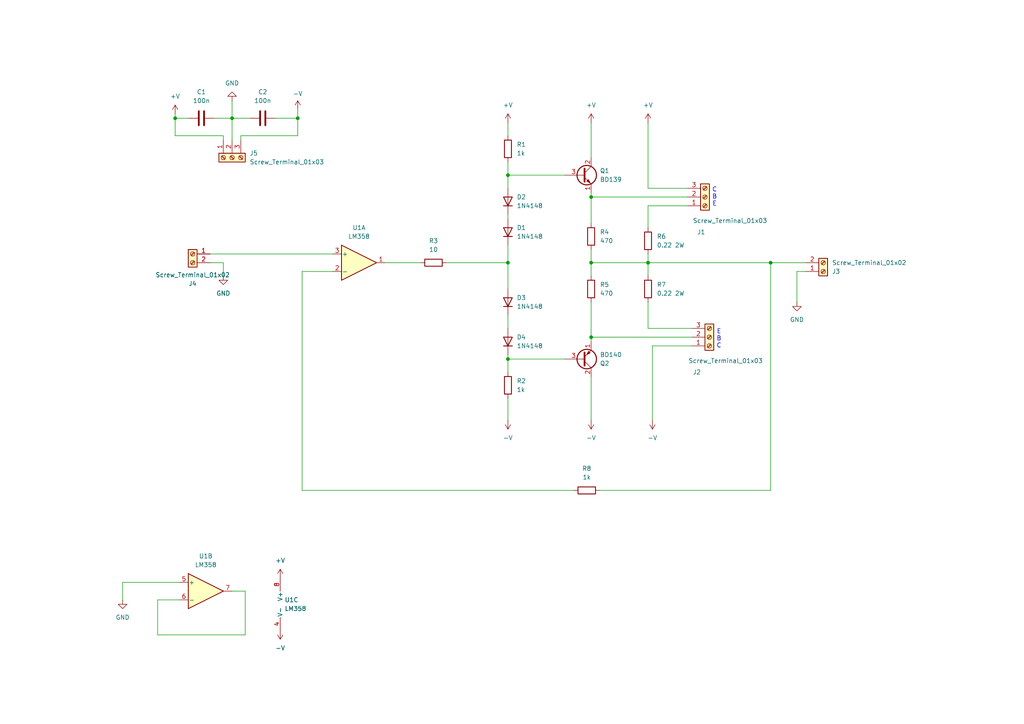
<source format=kicad_sch>
(kicad_sch (version 20231120) (generator "eeschema") (generator_version "8.0")
  (paper "A4")
  (lib_symbols
    (symbol "Amplifier_Operational:LM358" (pin_names (offset 0.127))
      (property "Reference" "U" (at 0 5.08 0))
      (property "Value" "LM358" (at 0 -5.08 0))
      (symbol "LM358_1_1"
        (polyline (pts (xy -5.08 5.08) (xy 5.08 0) (xy -5.08 -5.08) (xy -5.08 5.08)) (stroke (width 0.254)) (fill (type background)))
        (pin output line (at 7.62 0 180) (length 2.54) (name "~") (number "1"))
        (pin input line (at -7.62 -2.54 0) (length 2.54) (name "-") (number "2"))
        (pin input line (at -7.62 2.54 0) (length 2.54) (name "+") (number "3"))
      )
      (symbol "LM358_2_1"
        (polyline (pts (xy -5.08 5.08) (xy 5.08 0) (xy -5.08 -5.08) (xy -5.08 5.08)) (stroke (width 0.254)) (fill (type background)))
        (pin input line (at -7.62 2.54 0) (length 2.54) (name "+") (number "5"))
        (pin input line (at -7.62 -2.54 0) (length 2.54) (name "-") (number "6"))
        (pin output line (at 7.62 0 180) (length 2.54) (name "~") (number "7"))
      )
      (symbol "LM358_3_1"
        (pin power_in line (at -2.54 -7.62 90) (length 3.81) (name "V-") (number "4"))
        (pin power_in line (at -2.54 7.62 270) (length 3.81) (name "V+") (number "8"))
      )
    )
    (symbol "Connector:Screw_Terminal_01x02" (pin_names (offset 1.016) hide)
      (property "Reference" "J" (at 0 2.54 0))
      (property "Value" "Screw_Terminal_01x02" (at 0 -5.08 0))
      (symbol "Screw_Terminal_01x02_1_1"
        (rectangle (start -1.27 1.27) (end 1.27 -3.81) (stroke (width 0.254)) (fill (type background)))
        (circle (center 0 -2.54) (radius 0.635) (stroke (width 0.1524)))
        (polyline (pts (xy -0.5334 -2.2098) (xy 0.3302 -3.048)) (stroke (width 0.1524)))
        (polyline (pts (xy -0.5334 0.3302) (xy 0.3302 -0.508)) (stroke (width 0.1524)))
        (polyline (pts (xy -0.3556 -2.032) (xy 0.508 -2.8702)) (stroke (width 0.1524)))
        (polyline (pts (xy -0.3556 0.508) (xy 0.508 -0.3302)) (stroke (width 0.1524)))
        (circle (center 0 0) (radius 0.635) (stroke (width 0.1524)))
        (pin passive line (at -5.08 0 0) (length 3.81) (name "Pin_1") (number "1"))
        (pin passive line (at -5.08 -2.54 0) (length 3.81) (name "Pin_2") (number "2"))
      )
    )
    (symbol "Connector:Screw_Terminal_01x03" (pin_names (offset 1.016) hide)
      (property "Reference" "J" (at 0 5.08 0))
      (property "Value" "Screw_Terminal_01x03" (at 0 -5.08 0))
      (symbol "Screw_Terminal_01x03_1_1"
        (rectangle (start -1.27 3.81) (end 1.27 -3.81) (stroke (width 0.254)) (fill (type background)))
        (circle (center 0 -2.54) (radius 0.635) (stroke (width 0.1524)))
        (polyline (pts (xy -0.5334 -2.2098) (xy 0.3302 -3.048)) (stroke (width 0.1524)))
        (polyline (pts (xy -0.5334 0.3302) (xy 0.3302 -0.508)) (stroke (width 0.1524)))
        (polyline (pts (xy -0.5334 2.8702) (xy 0.3302 2.032)) (stroke (width 0.1524)))
        (polyline (pts (xy -0.3556 -2.032) (xy 0.508 -2.8702)) (stroke (width 0.1524)))
        (polyline (pts (xy -0.3556 0.508) (xy 0.508 -0.3302)) (stroke (width 0.1524)))
        (polyline (pts (xy -0.3556 3.048) (xy 0.508 2.2098)) (stroke (width 0.1524)))
        (circle (center 0 0) (radius 0.635) (stroke (width 0.1524)))
        (circle (center 0 2.54) (radius 0.635) (stroke (width 0.1524)))
        (pin passive line (at -5.08 2.54 0) (length 3.81) (name "Pin_1") (number "1"))
        (pin passive line (at -5.08 0 0) (length 3.81) (name "Pin_2") (number "2"))
        (pin passive line (at -5.08 -2.54 0) (length 3.81) (name "Pin_3") (number "3"))
      )
    )
    (symbol "Device:C" (pin_numbers hide) (pin_names (offset 0.254))
      (property "Reference" "C" (at 0.635 2.54 0))
      (property "Value" "C" (at 0.635 -2.54 0))
      (symbol "C_0_1"
        (polyline (pts (xy -2.032 -0.762) (xy 2.032 -0.762)) (stroke (width 0.508)))
        (polyline (pts (xy -2.032 0.762) (xy 2.032 0.762)) (stroke (width 0.508)))
      )
      (symbol "C_1_1"
        (pin passive line (at 0 3.81 270) (length 2.794) (name "~") (number "1"))
        (pin passive line (at 0 -3.81 90) (length 2.794) (name "~") (number "2"))
      )
    )
    (symbol "Device:R" (pin_numbers hide) (pin_names (offset 0))
      (property "Reference" "R" (at 2.032 0 90))
      (property "Value" "R" (at 0 0 90))
      (symbol "R_0_1"
        (rectangle (start -1.016 -2.54) (end 1.016 2.54) (stroke (width 0.254)))
      )
      (symbol "R_1_1"
        (pin passive line (at 0 3.81 270) (length 1.27) (name "~") (number "1"))
        (pin passive line (at 0 -3.81 90) (length 1.27) (name "~") (number "2"))
      )
    )
    (symbol "Diode:1N4148" (pin_numbers hide) (pin_names hide)
      (property "Reference" "D" (at 0 2.54 0))
      (property "Value" "1N4148" (at 0 -2.54 0))
      (symbol "1N4148_0_1"
        (polyline (pts (xy -1.27 1.27) (xy -1.27 -1.27)) (stroke (width 0.254)))
        (polyline (pts (xy 1.27 0) (xy -1.27 0)))
        (polyline (pts (xy 1.27 1.27) (xy 1.27 -1.27) (xy -1.27 0) (xy 1.27 1.27)) (stroke (width 0.254)))
      )
      (symbol "1N4148_1_1"
        (pin passive line (at -3.81 0 0) (length 2.54) (name "K") (number "1"))
        (pin passive line (at 3.81 0 180) (length 2.54) (name "A") (number "2"))
      )
    )
    (symbol "Transistor_BJT:BD139" (pin_names (offset 0) hide)
      (property "Reference" "Q" (at 5.08 1.905 0))
      (property "Value" "BD139" (at 5.08 0 0))
      (symbol "BD139_0_1"
        (polyline (pts (xy 0 0) (xy 0.635 0)))
        (polyline (pts (xy 2.54 -2.54) (xy 0.635 -0.635)))
        (polyline (pts (xy 2.54 2.54) (xy 0.635 0.635)))
        (polyline (pts (xy 0.635 1.905) (xy 0.635 -1.905) (xy 0.635 -1.905)) (stroke (width 0.508)) (fill (type outline)))
        (polyline (pts (xy 1.2446 -1.778) (xy 1.7526 -1.27) (xy 2.286 -2.286) (xy 1.2446 -1.778) (xy 1.2446 -1.778)) (fill (type outline)))
        (circle (center 1.27 0) (radius 2.8194) (stroke (width 0.3048)))
      )
      (symbol "BD139_1_1"
        (pin passive line (at 2.54 -5.08 90) (length 2.54) (name "E") (number "1"))
        (pin passive line (at 2.54 5.08 270) (length 2.54) (name "C") (number "2"))
        (pin input line (at -5.08 0 0) (length 5.08) (name "B") (number "3"))
      )
    )
    (symbol "Transistor_BJT:BD140" (pin_names (offset 0) hide)
      (property "Reference" "Q" (at 5.08 1.905 0))
      (property "Value" "BD140" (at 5.08 0 0))
      (symbol "BD140_0_1"
        (polyline (pts (xy 0 0) (xy 0.635 0)))
        (polyline (pts (xy 2.54 -2.54) (xy 0.635 -0.635)))
        (polyline (pts (xy 2.54 2.54) (xy 0.635 0.635)))
        (polyline (pts (xy 0.635 1.905) (xy 0.635 -1.905) (xy 0.635 -1.905)) (stroke (width 0.508)) (fill (type outline)))
        (polyline (pts (xy 1.778 -2.286) (xy 2.286 -1.778) (xy 1.27 -1.27) (xy 1.778 -2.286) (xy 1.778 -2.286)) (fill (type outline)))
        (circle (center 1.27 0) (radius 2.8194) (stroke (width 0.3048)))
      )
      (symbol "BD140_1_1"
        (pin passive line (at 2.54 -5.08 90) (length 2.54) (name "E") (number "1"))
        (pin passive line (at 2.54 5.08 270) (length 2.54) (name "C") (number "2"))
        (pin input line (at -5.08 0 0) (length 5.08) (name "B") (number "3"))
      )
    )
    (symbol "power:GND" (power) (pin_numbers hide) (pin_names (offset 0) hide)
      (property "Value" "GND" (at 0 -3.81 0))
      (symbol "GND_0_1"
        (polyline (pts (xy 0 0) (xy 0 -1.27) (xy 1.27 -1.27) (xy 0 -2.54) (xy -1.27 -1.27) (xy 0 -1.27)))
      )
      (symbol "GND_1_1"
        (pin power_in line (at 0 0 270) (length 0) (name "~") (number "1"))
      )
    )
    (symbol "power:VCC" (power) (pin_numbers hide) (pin_names (offset 0) hide)
      (property "Value" "VCC" (at 0 3.556 0))
      (symbol "VCC_0_1"
        (polyline (pts (xy -0.762 1.27) (xy 0 2.54)))
        (polyline (pts (xy 0 0) (xy 0 2.54)))
        (polyline (pts (xy 0 2.54) (xy 0.762 1.27)))
      )
      (symbol "VCC_1_1"
        (pin power_in line (at 0 0 90) (length 0) (name "~") (number "1"))
      )
    )
  )
  (junction (at 171.45 97.79))
  (junction (at 50.8 34.29))
  (junction (at 187.96 76.2))
  (junction (at 147.32 104.14))
  (junction (at 86.36 34.29))
  (junction (at 147.32 76.2))
  (junction (at 171.45 57.15))
  (junction (at 223.52 76.2))
  (junction (at 67.31 34.29))
  (junction (at 147.32 50.8))
  (junction (at 171.45 76.2))
  (wire (pts (xy 187.96 73.66) (xy 187.96 76.2)))
  (wire (pts (xy 45.72 173.99) (xy 45.72 184.15)))
  (wire (pts (xy 62.23 34.29) (xy 67.31 34.29)))
  (wire (pts (xy 129.54 76.2) (xy 147.32 76.2)))
  (wire (pts (xy 173.99 142.24) (xy 223.52 142.24)))
  (wire (pts (xy 147.32 62.23) (xy 147.32 63.5)))
  (wire (pts (xy 171.45 57.15) (xy 199.39 57.15)))
  (wire (pts (xy 69.85 39.37) (xy 86.36 39.37)))
  (wire (pts (xy 171.45 57.15) (xy 171.45 64.77)))
  (wire (pts (xy 52.07 168.91) (xy 35.56 168.91)))
  (wire (pts (xy 45.72 184.15) (xy 71.12 184.15)))
  (wire (pts (xy 223.52 142.24) (xy 223.52 76.2)))
  (wire (pts (xy 171.45 109.22) (xy 171.45 121.92)))
  (wire (pts (xy 171.45 76.2) (xy 187.96 76.2)))
  (wire (pts (xy 52.07 173.99) (xy 45.72 173.99)))
  (wire (pts (xy 187.96 76.2) (xy 187.96 80.01)))
  (wire (pts (xy 147.32 50.8) (xy 147.32 54.61)))
  (wire (pts (xy 86.36 34.29) (xy 86.36 39.37)))
  (wire (pts (xy 171.45 55.88) (xy 171.45 57.15)))
  (wire (pts (xy 50.8 33.02) (xy 50.8 34.29)))
  (wire (pts (xy 200.66 100.33) (xy 189.23 100.33)))
  (wire (pts (xy 171.45 35.56) (xy 171.45 45.72)))
  (wire (pts (xy 147.32 115.57) (xy 147.32 121.92)))
  (wire (pts (xy 87.63 78.74) (xy 96.52 78.74)))
  (wire (pts (xy 171.45 72.39) (xy 171.45 76.2)))
  (wire (pts (xy 187.96 76.2) (xy 223.52 76.2)))
  (wire (pts (xy 71.12 184.15) (xy 71.12 171.45)))
  (wire (pts (xy 60.96 76.2) (xy 64.77 76.2)))
  (wire (pts (xy 35.56 168.91) (xy 35.56 173.99)))
  (wire (pts (xy 60.96 73.66) (xy 96.52 73.66)))
  (wire (pts (xy 187.96 35.56) (xy 187.96 54.61)))
  (wire (pts (xy 189.23 100.33) (xy 189.23 121.92)))
  (wire (pts (xy 80.01 34.29) (xy 86.36 34.29)))
  (wire (pts (xy 50.8 39.37) (xy 64.77 39.37)))
  (wire (pts (xy 231.14 78.74) (xy 231.14 87.63)))
  (wire (pts (xy 171.45 97.79) (xy 171.45 99.06)))
  (wire (pts (xy 187.96 59.69) (xy 187.96 66.04)))
  (wire (pts (xy 223.52 76.2) (xy 233.68 76.2)))
  (wire (pts (xy 67.31 29.21) (xy 67.31 34.29)))
  (wire (pts (xy 147.32 46.99) (xy 147.32 50.8)))
  (wire (pts (xy 69.85 39.37) (xy 69.85 40.64)))
  (wire (pts (xy 111.76 76.2) (xy 121.92 76.2)))
  (wire (pts (xy 147.32 76.2) (xy 147.32 83.82)))
  (wire (pts (xy 86.36 31.75) (xy 86.36 34.29)))
  (wire (pts (xy 67.31 34.29) (xy 72.39 34.29)))
  (wire (pts (xy 147.32 71.12) (xy 147.32 76.2)))
  (wire (pts (xy 233.68 78.74) (xy 231.14 78.74)))
  (wire (pts (xy 147.32 102.87) (xy 147.32 104.14)))
  (wire (pts (xy 187.96 54.61) (xy 199.39 54.61)))
  (wire (pts (xy 50.8 34.29) (xy 50.8 39.37)))
  (wire (pts (xy 147.32 104.14) (xy 163.83 104.14)))
  (wire (pts (xy 87.63 142.24) (xy 87.63 78.74)))
  (wire (pts (xy 67.31 34.29) (xy 67.31 40.64)))
  (wire (pts (xy 171.45 76.2) (xy 171.45 80.01)))
  (wire (pts (xy 50.8 34.29) (xy 54.61 34.29)))
  (wire (pts (xy 64.77 39.37) (xy 64.77 40.64)))
  (wire (pts (xy 187.96 95.25) (xy 200.66 95.25)))
  (wire (pts (xy 166.37 142.24) (xy 87.63 142.24)))
  (wire (pts (xy 147.32 35.56) (xy 147.32 39.37)))
  (wire (pts (xy 147.32 50.8) (xy 163.83 50.8)))
  (wire (pts (xy 171.45 97.79) (xy 200.66 97.79)))
  (wire (pts (xy 187.96 87.63) (xy 187.96 95.25)))
  (wire (pts (xy 147.32 91.44) (xy 147.32 95.25)))
  (wire (pts (xy 71.12 171.45) (xy 67.31 171.45)))
  (wire (pts (xy 64.77 76.2) (xy 64.77 80.01)))
  (wire (pts (xy 199.39 59.69) (xy 187.96 59.69)))
  (wire (pts (xy 171.45 87.63) (xy 171.45 97.79)))
  (wire (pts (xy 147.32 104.14) (xy 147.32 107.95)))
  (text "C\nB\nE" (at 207.264 57.15 0) (effects (font (size 1.27 1.27))))
  (text "E\nB\nC" (at 208.534 98.298 0) (effects (font (size 1.27 1.27))))
  (symbol (lib_id "Connector:Screw_Terminal_01x03") (at 204.47 57.15 0) (mirror x) (unit 1)
    (property "Reference" "J1" (at 202.184 67.31 0) (effects (justify left)))
    (property "Value" "Screw_Terminal_01x03" (at 200.914 64.0081 0) (effects (justify left)))
    (property "Footprint" "TerminalBlock_Phoenix:TerminalBlock_Phoenix_MKDS-1,5-3-5.08_1x03_P5.08mm_Horizontal" (effects (hide yes)))
    (property "Description" "Generic screw terminal, single row, 01x03, script generated (kicad-library-utils/schlib/autogen/connector/)" (effects (hide yes)))
  )
  (symbol (lib_id "Connector:Screw_Terminal_01x03") (at 67.31 45.72 90) (mirror x) (unit 1)
    (property "Reference" "J5" (at 72.39 44.4499 90) (effects (justify right)))
    (property "Value" "Screw_Terminal_01x03" (at 72.39 46.9899 90) (effects (justify right)))
    (property "Footprint" "TerminalBlock_Phoenix:TerminalBlock_Phoenix_MKDS-1,5-3-5.08_1x03_P5.08mm_Horizontal" (effects (hide yes)))
    (property "Description" "Generic screw terminal, single row, 01x03, script generated (kicad-library-utils/schlib/autogen/connector/)" (effects (hide yes)))
  )
  (symbol (lib_id "Device:C") (at 58.42 34.29 90) (unit 1)
    (property "Reference" "C1" (at 58.42 26.67 90))
    (property "Value" "100n" (at 58.42 29.21 90))
    (property "Footprint" "Capacitor_THT:C_Rect_L7.0mm_W2.5mm_P5.00mm" (effects (hide yes)))
    (property "Description" "Unpolarized capacitor" (effects (hide yes)))
  )
  (symbol (lib_id "Diode:1N4148") (at 147.32 58.42 90) (unit 1)
    (property "Reference" "D2" (at 149.86 57.1499 90) (effects (justify right)))
    (property "Value" "1N4148" (at 149.86 59.6899 90) (effects (justify right)))
    (property "Footprint" "Diode_THT:D_DO-35_SOD27_P10.16mm_Horizontal" (effects (hide yes)))
    (property "Datasheet" "https://assets.nexperia.com/documents/data-sheet/1N4148_1N4448.pdf" (effects (hide yes)))
    (property "Description" "100V 0.15A standard switching diode, DO-35" (effects (hide yes)))
    (property "Sim.Device" "D" (effects (hide yes)))
    (property "Sim.Pins" "1=K 2=A" (effects (hide yes)))
  )
  (symbol (lib_id "Device:R") (at 171.45 83.82 0) (unit 1)
    (property "Reference" "R5" (at 173.99 82.5499 0) (effects (justify left)))
    (property "Value" "470" (at 173.99 85.0899 0) (effects (justify left)))
    (property "Footprint" "Resistor_THT:R_Axial_DIN0309_L9.0mm_D3.2mm_P12.70mm_Horizontal" (effects (hide yes)))
    (property "Description" "Resistor" (effects (hide yes)))
  )
  (symbol (lib_id "Connector:Screw_Terminal_01x02") (at 238.76 78.74 0) (mirror x) (unit 1)
    (property "Reference" "J3" (at 241.3 78.7401 0) (effects (justify left)))
    (property "Value" "Screw_Terminal_01x02" (at 241.3 76.2001 0) (effects (justify left)))
    (property "Footprint" "TerminalBlock_Phoenix:TerminalBlock_Phoenix_MKDS-1,5-2-5.08_1x02_P5.08mm_Horizontal" (effects (hide yes)))
    (property "Description" "Generic screw terminal, single row, 01x02, script generated (kicad-library-utils/schlib/autogen/connector/)" (effects (hide yes)))
  )
  (symbol (lib_id "Device:R") (at 187.96 69.85 0) (unit 1)
    (property "Reference" "R6" (at 190.5 68.5799 0) (effects (justify left)))
    (property "Value" "0.22 2W" (at 190.5 71.1199 0) (effects (justify left)))
    (property "Footprint" "Resistor_THT:R_Axial_DIN0414_L11.9mm_D4.5mm_P20.32mm_Horizontal" (effects (hide yes)))
    (property "Description" "Resistor" (effects (hide yes)))
  )
  (symbol (lib_id "Amplifier_Operational:LM358") (at 83.82 175.26 0) (unit 3)
    (property "Reference" "U1" (at 82.55 173.9899 0) (effects (justify left)))
    (property "Value" "LM358" (at 82.55 176.5299 0) (effects (justify left)))
    (property "Footprint" "Package_DIP:DIP-8_W7.62mm_LongPads" (effects (hide yes)))
    (property "Datasheet" "http://www.ti.com/lit/ds/symlink/lm2904-n.pdf" (effects (hide yes)))
    (property "Description" "Low-Power, Dual Operational Amplifiers, DIP-8/SOIC-8/TO-99-8" (effects (hide yes)))
  )
  (symbol (lib_id "power:GND") (at 231.14 87.63 0) (unit 1)
    (property "Reference" "#PWR07" (effects (hide yes)))
    (property "Value" "GND" (at 231.14 92.71 0))
    (property "Description" "Power symbol creates a global label with name \"GND\" , ground" (effects (hide yes)))
  )
  (symbol (lib_id "Device:R") (at 170.18 142.24 90) (unit 1)
    (property "Reference" "R8" (at 170.18 135.89 90))
    (property "Value" "1k" (at 170.18 138.43 90))
    (property "Footprint" "Resistor_THT:R_Axial_DIN0309_L9.0mm_D3.2mm_P12.70mm_Horizontal" (effects (hide yes)))
    (property "Description" "Resistor" (effects (hide yes)))
  )
  (symbol (lib_id "power:VCC") (at 81.28 182.88 180) (unit 1)
    (property "Reference" "#PWR010" (effects (hide yes)))
    (property "Value" "-V" (at 81.28 187.96 0))
    (property "Description" "Power symbol creates a global label with name \"VCC\"" (effects (hide yes)))
  )
  (symbol (lib_id "Device:R") (at 187.96 83.82 0) (unit 1)
    (property "Reference" "R7" (at 190.5 82.5499 0) (effects (justify left)))
    (property "Value" "0.22 2W" (at 190.5 85.0899 0) (effects (justify left)))
    (property "Footprint" "Resistor_THT:R_Axial_DIN0414_L11.9mm_D4.5mm_P20.32mm_Horizontal" (effects (hide yes)))
    (property "Description" "Resistor" (effects (hide yes)))
  )
  (symbol (lib_id "Device:R") (at 125.73 76.2 90) (unit 1)
    (property "Reference" "R3" (at 125.73 69.85 90))
    (property "Value" "10" (at 125.73 72.39 90))
    (property "Footprint" "Resistor_THT:R_Axial_DIN0309_L9.0mm_D3.2mm_P12.70mm_Horizontal" (effects (hide yes)))
    (property "Description" "Resistor" (effects (hide yes)))
  )
  (symbol (lib_id "power:VCC") (at 187.96 35.56 0) (unit 1)
    (property "Reference" "#PWR04" (effects (hide yes)))
    (property "Value" "+V" (at 187.96 30.48 0))
    (property "Description" "Power symbol creates a global label with name \"VCC\"" (effects (hide yes)))
  )
  (symbol (lib_id "Connector:Screw_Terminal_01x02") (at 55.88 73.66 0) (mirror y) (unit 1)
    (property "Reference" "J4" (at 55.88 82.2785 0))
    (property "Value" "Screw_Terminal_01x02" (at 55.88 79.7385 0))
    (property "Footprint" "TerminalBlock_Phoenix:TerminalBlock_Phoenix_MKDS-1,5-2-5.08_1x02_P5.08mm_Horizontal" (effects (hide yes)))
    (property "Description" "Generic screw terminal, single row, 01x02, script generated (kicad-library-utils/schlib/autogen/connector/)" (effects (hide yes)))
  )
  (symbol (lib_id "Amplifier_Operational:LM358") (at 104.14 76.2 0) (unit 1)
    (property "Reference" "U1" (at 104.14 66.04 0))
    (property "Value" "LM358" (at 104.14 68.58 0))
    (property "Footprint" "Package_DIP:DIP-8_W7.62mm_LongPads" (effects (hide yes)))
    (property "Datasheet" "http://www.ti.com/lit/ds/symlink/lm2904-n.pdf" (effects (hide yes)))
    (property "Description" "Low-Power, Dual Operational Amplifiers, DIP-8/SOIC-8/TO-99-8" (effects (hide yes)))
  )
  (symbol (lib_id "power:GND") (at 67.31 29.21 180) (unit 1)
    (property "Reference" "#PWR012" (effects (hide yes)))
    (property "Value" "GND" (at 67.31 24.13 0))
    (property "Description" "Power symbol creates a global label with name \"GND\" , ground" (effects (hide yes)))
  )
  (symbol (lib_id "Amplifier_Operational:LM358") (at 59.69 171.45 0) (unit 2)
    (property "Reference" "U1" (at 59.69 161.29 0))
    (property "Value" "LM358" (at 59.69 163.83 0))
    (property "Footprint" "Package_DIP:DIP-8_W7.62mm_LongPads" (effects (hide yes)))
    (property "Datasheet" "http://www.ti.com/lit/ds/symlink/lm2904-n.pdf" (effects (hide yes)))
    (property "Description" "Low-Power, Dual Operational Amplifiers, DIP-8/SOIC-8/TO-99-8" (effects (hide yes)))
  )
  (symbol (lib_id "power:GND") (at 64.77 80.01 0) (unit 1)
    (property "Reference" "#PWR08" (effects (hide yes)))
    (property "Value" "GND" (at 64.77 85.09 0))
    (property "Description" "Power symbol creates a global label with name \"GND\" , ground" (effects (hide yes)))
  )
  (symbol (lib_id "Diode:1N4148") (at 147.32 87.63 90) (unit 1)
    (property "Reference" "D3" (at 149.86 86.3599 90) (effects (justify right)))
    (property "Value" "1N4148" (at 149.86 88.8999 90) (effects (justify right)))
    (property "Footprint" "Diode_THT:D_DO-35_SOD27_P10.16mm_Horizontal" (effects (hide yes)))
    (property "Datasheet" "https://assets.nexperia.com/documents/data-sheet/1N4148_1N4448.pdf" (effects (hide yes)))
    (property "Description" "100V 0.15A standard switching diode, DO-35" (effects (hide yes)))
    (property "Sim.Device" "D" (effects (hide yes)))
    (property "Sim.Pins" "1=K 2=A" (effects (hide yes)))
  )
  (symbol (lib_id "Device:R") (at 147.32 111.76 0) (unit 1)
    (property "Reference" "R2" (at 149.86 110.4899 0) (effects (justify left)))
    (property "Value" "1k" (at 149.86 113.0299 0) (effects (justify left)))
    (property "Footprint" "Resistor_THT:R_Axial_DIN0309_L9.0mm_D3.2mm_P12.70mm_Horizontal" (effects (hide yes)))
    (property "Description" "Resistor" (effects (hide yes)))
  )
  (symbol (lib_id "power:VCC") (at 50.8 33.02 0) (unit 1)
    (property "Reference" "#PWR014" (effects (hide yes)))
    (property "Value" "+V" (at 50.8 27.94 0))
    (property "Description" "Power symbol creates a global label with name \"VCC\"" (effects (hide yes)))
  )
  (symbol (lib_id "power:VCC") (at 147.32 35.56 0) (unit 1)
    (property "Reference" "#PWR01" (effects (hide yes)))
    (property "Value" "+V" (at 147.32 30.48 0))
    (property "Description" "Power symbol creates a global label with name \"VCC\"" (effects (hide yes)))
  )
  (symbol (lib_id "Device:R") (at 171.45 68.58 0) (unit 1)
    (property "Reference" "R4" (at 173.99 67.3099 0) (effects (justify left)))
    (property "Value" "470" (at 173.99 69.8499 0) (effects (justify left)))
    (property "Footprint" "Resistor_THT:R_Axial_DIN0309_L9.0mm_D3.2mm_P12.70mm_Horizontal" (effects (hide yes)))
    (property "Description" "Resistor" (effects (hide yes)))
  )
  (symbol (lib_id "Connector:Screw_Terminal_01x03") (at 205.74 97.79 0) (mirror x) (unit 1)
    (property "Reference" "J2" (at 200.914 107.95 0) (effects (justify left)))
    (property "Value" "Screw_Terminal_01x03" (at 199.644 104.6481 0) (effects (justify left)))
    (property "Footprint" "TerminalBlock_Phoenix:TerminalBlock_Phoenix_MKDS-1,5-3-5.08_1x03_P5.08mm_Horizontal" (effects (hide yes)))
    (property "Description" "Generic screw terminal, single row, 01x03, script generated (kicad-library-utils/schlib/autogen/connector/)" (effects (hide yes)))
  )
  (symbol (lib_id "power:VCC") (at 81.28 167.64 0) (unit 1)
    (property "Reference" "#PWR09" (effects (hide yes)))
    (property "Value" "+V" (at 81.28 162.56 0))
    (property "Description" "Power symbol creates a global label with name \"VCC\"" (effects (hide yes)))
  )
  (symbol (lib_id "power:VCC") (at 171.45 35.56 0) (unit 1)
    (property "Reference" "#PWR03" (effects (hide yes)))
    (property "Value" "+V" (at 171.45 30.48 0))
    (property "Description" "Power symbol creates a global label with name \"VCC\"" (effects (hide yes)))
  )
  (symbol (lib_id "Device:R") (at 147.32 43.18 0) (unit 1)
    (property "Reference" "R1" (at 149.86 41.9099 0) (effects (justify left)))
    (property "Value" "1k" (at 149.86 44.4499 0) (effects (justify left)))
    (property "Footprint" "Resistor_THT:R_Axial_DIN0309_L9.0mm_D3.2mm_P12.70mm_Horizontal" (effects (hide yes)))
    (property "Description" "Resistor" (effects (hide yes)))
  )
  (symbol (lib_id "Transistor_BJT:BD139") (at 168.91 50.8 0) (unit 1)
    (property "Reference" "Q1" (at 173.99 49.5299 0) (effects (justify left)))
    (property "Value" "BD139" (at 173.99 52.0699 0) (effects (justify left)))
    (property "Footprint" "Package_TO_SOT_THT:TO-126-3_Vertical" (effects (hide yes)))
    (property "Datasheet" "http://www.st.com/internet/com/TECHNICAL_RESOURCES/TECHNICAL_LITERATURE/DATASHEET/CD00001225.pdf" (effects (hide yes)))
    (property "Description" "1.5A Ic, 80V Vce, Low Voltage Transistor, TO-126" (effects (hide yes)))
  )
  (symbol (lib_id "power:VCC") (at 147.32 121.92 180) (unit 1)
    (property "Reference" "#PWR02" (effects (hide yes)))
    (property "Value" "-V" (at 147.32 127 0))
    (property "Description" "Power symbol creates a global label with name \"VCC\"" (effects (hide yes)))
  )
  (symbol (lib_id "power:VCC") (at 171.45 121.92 180) (unit 1)
    (property "Reference" "#PWR05" (effects (hide yes)))
    (property "Value" "-V" (at 171.45 127 0))
    (property "Description" "Power symbol creates a global label with name \"VCC\"" (effects (hide yes)))
  )
  (symbol (lib_id "power:VCC") (at 189.23 121.92 180) (unit 1)
    (property "Reference" "#PWR06" (effects (hide yes)))
    (property "Value" "-V" (at 189.23 127 0))
    (property "Description" "Power symbol creates a global label with name \"VCC\"" (effects (hide yes)))
  )
  (symbol (lib_id "power:GND") (at 35.56 173.99 0) (unit 1)
    (property "Reference" "#PWR011" (effects (hide yes)))
    (property "Value" "GND" (at 35.56 179.07 0))
    (property "Description" "Power symbol creates a global label with name \"GND\" , ground" (effects (hide yes)))
  )
  (symbol (lib_id "Diode:1N4148") (at 147.32 67.31 90) (unit 1)
    (property "Reference" "D1" (at 149.86 66.0399 90) (effects (justify right)))
    (property "Value" "1N4148" (at 149.86 68.5799 90) (effects (justify right)))
    (property "Footprint" "Diode_THT:D_DO-35_SOD27_P10.16mm_Horizontal" (effects (hide yes)))
    (property "Datasheet" "https://assets.nexperia.com/documents/data-sheet/1N4148_1N4448.pdf" (effects (hide yes)))
    (property "Description" "100V 0.15A standard switching diode, DO-35" (effects (hide yes)))
    (property "Sim.Device" "D" (effects (hide yes)))
    (property "Sim.Pins" "1=K 2=A" (effects (hide yes)))
  )
  (symbol (lib_id "power:VCC") (at 86.36 31.75 0) (unit 1)
    (property "Reference" "#PWR013" (effects (hide yes)))
    (property "Value" "-V" (at 86.36 27.1792 0))
    (property "Description" "Power symbol creates a global label with name \"VCC\"" (effects (hide yes)))
  )
  (symbol (lib_id "Transistor_BJT:BD140") (at 168.91 104.14 0) (mirror x) (unit 1)
    (property "Reference" "Q2" (at 173.99 105.4101 0) (effects (justify left)))
    (property "Value" "BD140" (at 173.99 102.8701 0) (effects (justify left)))
    (property "Footprint" "Package_TO_SOT_THT:TO-126-3_Vertical" (effects (hide yes)))
    (property "Datasheet" "http://www.st.com/internet/com/TECHNICAL_RESOURCES/TECHNICAL_LITERATURE/DATASHEET/CD00001225.pdf" (effects (hide yes)))
    (property "Description" "1.5A Ic, 80V Vce, Low Voltage Transistor, TO-126" (effects (hide yes)))
  )
  (symbol (lib_id "Diode:1N4148") (at 147.32 99.06 90) (unit 1)
    (property "Reference" "D4" (at 149.86 97.7899 90) (effects (justify right)))
    (property "Value" "1N4148" (at 149.86 100.3299 90) (effects (justify right)))
    (property "Footprint" "Diode_THT:D_DO-35_SOD27_P10.16mm_Horizontal" (effects (hide yes)))
    (property "Datasheet" "https://assets.nexperia.com/documents/data-sheet/1N4148_1N4448.pdf" (effects (hide yes)))
    (property "Description" "100V 0.15A standard switching diode, DO-35" (effects (hide yes)))
    (property "Sim.Device" "D" (effects (hide yes)))
    (property "Sim.Pins" "1=K 2=A" (effects (hide yes)))
  )
  (symbol (lib_id "Device:C") (at 76.2 34.29 90) (unit 1)
    (property "Reference" "C2" (at 76.2 26.67 90))
    (property "Value" "100n" (at 76.2 29.21 90))
    (property "Footprint" "Capacitor_THT:C_Rect_L7.0mm_W2.5mm_P5.00mm" (effects (hide yes)))
    (property "Description" "Unpolarized capacitor" (effects (hide yes)))
  )
)
</source>
